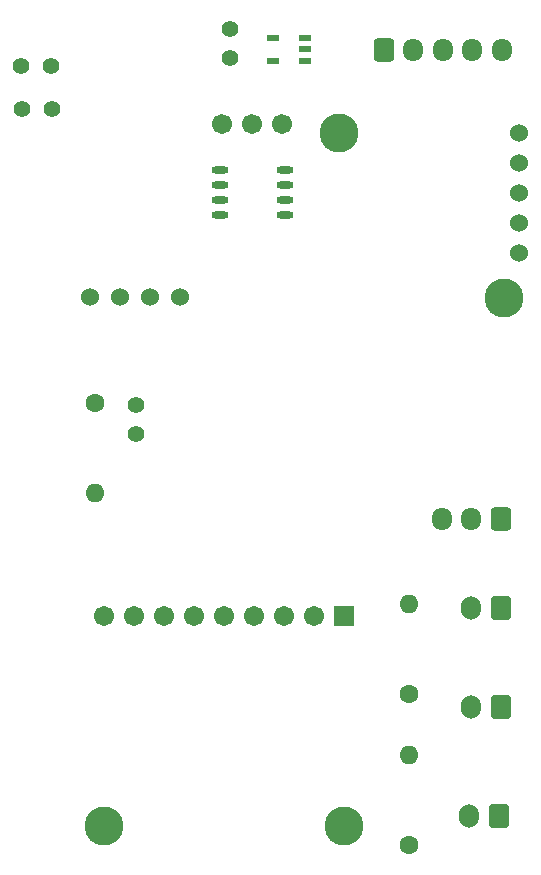
<source format=gbr>
%TF.GenerationSoftware,KiCad,Pcbnew,7.0.10*%
%TF.CreationDate,2024-02-15T15:55:27-05:00*%
%TF.ProjectId,CANRxPCB,43414e52-7850-4434-922e-6b696361645f,rev?*%
%TF.SameCoordinates,Original*%
%TF.FileFunction,Soldermask,Top*%
%TF.FilePolarity,Negative*%
%FSLAX46Y46*%
G04 Gerber Fmt 4.6, Leading zero omitted, Abs format (unit mm)*
G04 Created by KiCad (PCBNEW 7.0.10) date 2024-02-15 15:55:27*
%MOMM*%
%LPD*%
G01*
G04 APERTURE LIST*
G04 Aperture macros list*
%AMRoundRect*
0 Rectangle with rounded corners*
0 $1 Rounding radius*
0 $2 $3 $4 $5 $6 $7 $8 $9 X,Y pos of 4 corners*
0 Add a 4 corners polygon primitive as box body*
4,1,4,$2,$3,$4,$5,$6,$7,$8,$9,$2,$3,0*
0 Add four circle primitives for the rounded corners*
1,1,$1+$1,$2,$3*
1,1,$1+$1,$4,$5*
1,1,$1+$1,$6,$7*
1,1,$1+$1,$8,$9*
0 Add four rect primitives between the rounded corners*
20,1,$1+$1,$2,$3,$4,$5,0*
20,1,$1+$1,$4,$5,$6,$7,0*
20,1,$1+$1,$6,$7,$8,$9,0*
20,1,$1+$1,$8,$9,$2,$3,0*%
G04 Aperture macros list end*
%ADD10C,1.524000*%
%ADD11C,1.400000*%
%ADD12RoundRect,0.250000X0.600000X0.750000X-0.600000X0.750000X-0.600000X-0.750000X0.600000X-0.750000X0*%
%ADD13O,1.700000X2.000000*%
%ADD14C,1.600000*%
%ADD15O,1.600000X1.600000*%
%ADD16RoundRect,0.250000X0.600000X0.725000X-0.600000X0.725000X-0.600000X-0.725000X0.600000X-0.725000X0*%
%ADD17O,1.700000X1.950000*%
%ADD18C,3.302000*%
%ADD19C,1.701800*%
%ADD20RoundRect,0.250000X-0.600000X-0.725000X0.600000X-0.725000X0.600000X0.725000X-0.600000X0.725000X0*%
%ADD21R,0.977900X0.508000*%
%ADD22RoundRect,0.102000X0.754000X0.754000X-0.754000X0.754000X-0.754000X-0.754000X0.754000X-0.754000X0*%
%ADD23C,1.712000*%
%ADD24O,1.450000X0.599999*%
G04 APERTURE END LIST*
D10*
%TO.C,U3*%
X132890000Y-76050000D03*
X135430000Y-76050000D03*
X137970000Y-76050000D03*
X140510000Y-76050000D03*
%TD*%
D11*
%TO.C,C1*%
X129630000Y-60150000D03*
X127130000Y-60150000D03*
%TD*%
%TO.C,C3*%
X129520000Y-56500000D03*
X127020000Y-56500000D03*
%TD*%
D12*
%TO.C,J1*%
X167640000Y-110744000D03*
D13*
X165140000Y-110744000D03*
%TD*%
D14*
%TO.C,R2*%
X159867600Y-109677200D03*
D15*
X159867600Y-102057200D03*
%TD*%
D12*
%TO.C,J2*%
X167473000Y-120015000D03*
D13*
X164973000Y-120015000D03*
%TD*%
D11*
%TO.C,C4*%
X136702800Y-85191600D03*
X136702800Y-87691600D03*
%TD*%
D16*
%TO.C,J4*%
X167640000Y-94869000D03*
D17*
X165140000Y-94869000D03*
X162640000Y-94869000D03*
%TD*%
D18*
%TO.C,U4*%
X167894000Y-76149200D03*
X153924000Y-62179200D03*
D10*
X169164000Y-72339200D03*
X169164000Y-69799200D03*
X169164000Y-67259200D03*
X169164000Y-64719200D03*
X169164000Y-62179200D03*
%TD*%
D14*
%TO.C,R3*%
X159867600Y-122428000D03*
D15*
X159867600Y-114808000D03*
%TD*%
D19*
%TO.C,U5*%
X143990000Y-61420000D03*
X146530000Y-61420000D03*
X149070000Y-61420000D03*
%TD*%
D20*
%TO.C,J3*%
X157720000Y-55120000D03*
D17*
X160220000Y-55120000D03*
X162720000Y-55120000D03*
X165220000Y-55120000D03*
X167720000Y-55120000D03*
%TD*%
D14*
%TO.C,R1*%
X133299200Y-85039200D03*
D15*
X133299200Y-92659200D03*
%TD*%
D21*
%TO.C,U1*%
X151035250Y-56040001D03*
X151035250Y-55090000D03*
X151035250Y-54139999D03*
X148304750Y-54139999D03*
X148304750Y-56040001D03*
%TD*%
D12*
%TO.C,J5*%
X167640000Y-102362000D03*
D13*
X165140000Y-102362000D03*
%TD*%
D11*
%TO.C,C2*%
X144680000Y-53330000D03*
X144680000Y-55830000D03*
%TD*%
D18*
%TO.C,U2*%
X154381200Y-120853200D03*
X134061200Y-120853200D03*
D22*
X154381200Y-103073200D03*
D23*
X151841200Y-103073200D03*
X149301200Y-103073200D03*
X146761200Y-103073200D03*
X144221200Y-103073200D03*
X141681200Y-103073200D03*
X139141200Y-103073200D03*
X136601200Y-103073200D03*
X134061200Y-103073200D03*
%TD*%
D24*
%TO.C,U6*%
X143884999Y-65345000D03*
X143884999Y-66615000D03*
X143884999Y-67885000D03*
X143884999Y-69155000D03*
X149334998Y-69155000D03*
X149334998Y-67885000D03*
X149334998Y-66615000D03*
X149334998Y-65345000D03*
%TD*%
M02*

</source>
